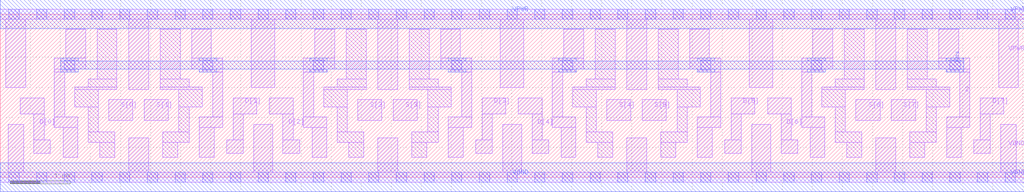
<source format=lef>
# Copyright 2020 The SkyWater PDK Authors
#
# Licensed under the Apache License, Version 2.0 (the "License");
# you may not use this file except in compliance with the License.
# You may obtain a copy of the License at
#
#     https://www.apache.org/licenses/LICENSE-2.0
#
# Unless required by applicable law or agreed to in writing, software
# distributed under the License is distributed on an "AS IS" BASIS,
# WITHOUT WARRANTIES OR CONDITIONS OF ANY KIND, either express or implied.
# See the License for the specific language governing permissions and
# limitations under the License.
#
# SPDX-License-Identifier: Apache-2.0

VERSION 5.7 ;
  NAMESCASESENSITIVE ON ;
  NOWIREEXTENSIONATPIN ON ;
  DIVIDERCHAR "/" ;
  BUSBITCHARS "[]" ;
UNITS
  DATABASE MICRONS 200 ;
END UNITS
PROPERTYDEFINITIONS
  MACRO maskLayoutSubType STRING ;
  MACRO prCellType STRING ;
  MACRO originalViewName STRING ;
END PROPERTYDEFINITIONS
MACRO sky130_fd_sc_hdll__muxb8to1_1
  CLASS CORE ;
  FOREIGN sky130_fd_sc_hdll__muxb8to1_1 ;
  ORIGIN  0.000000  0.000000 ;
  SIZE  17.02000 BY  2.720000 ;
  SYMMETRY X Y R90 ;
  SITE unithd ;
  PIN D[0]
    ANTENNAGATEAREA  0.277500 ;
    DIRECTION INPUT ;
    USE SIGNAL ;
    PORT
      LAYER li1 ;
        RECT 0.335000 1.055000 0.730000 1.325000 ;
        RECT 0.560000 0.395000 0.835000 0.625000 ;
        RECT 0.560000 0.625000 0.730000 1.055000 ;
    END
  END D[0]
  PIN D[1]
    ANTENNAGATEAREA  0.277500 ;
    DIRECTION INPUT ;
    USE SIGNAL ;
    PORT
      LAYER li1 ;
        RECT 3.765000 0.395000 4.040000 0.625000 ;
        RECT 3.870000 0.625000 4.040000 1.055000 ;
        RECT 3.870000 1.055000 4.265000 1.325000 ;
    END
  END D[1]
  PIN D[2]
    ANTENNAGATEAREA  0.277500 ;
    DIRECTION INPUT ;
    USE SIGNAL ;
    PORT
      LAYER li1 ;
        RECT 4.475000 1.055000 4.870000 1.325000 ;
        RECT 4.700000 0.395000 4.975000 0.625000 ;
        RECT 4.700000 0.625000 4.870000 1.055000 ;
    END
  END D[2]
  PIN D[3]
    ANTENNAGATEAREA  0.277500 ;
    DIRECTION INPUT ;
    USE SIGNAL ;
    PORT
      LAYER li1 ;
        RECT 7.905000 0.395000 8.180000 0.625000 ;
        RECT 8.010000 0.625000 8.180000 1.055000 ;
        RECT 8.010000 1.055000 8.405000 1.325000 ;
    END
  END D[3]
  PIN D[4]
    ANTENNAGATEAREA  0.277500 ;
    DIRECTION INPUT ;
    USE SIGNAL ;
    PORT
      LAYER li1 ;
        RECT 8.615000 1.055000 9.010000 1.325000 ;
        RECT 8.840000 0.395000 9.115000 0.625000 ;
        RECT 8.840000 0.625000 9.010000 1.055000 ;
    END
  END D[4]
  PIN D[5]
    ANTENNAGATEAREA  0.277500 ;
    DIRECTION INPUT ;
    USE SIGNAL ;
    PORT
      LAYER li1 ;
        RECT 12.045000 0.395000 12.320000 0.625000 ;
        RECT 12.150000 0.625000 12.320000 1.055000 ;
        RECT 12.150000 1.055000 12.545000 1.325000 ;
    END
  END D[5]
  PIN D[6]
    ANTENNAGATEAREA  0.277500 ;
    DIRECTION INPUT ;
    USE SIGNAL ;
    PORT
      LAYER li1 ;
        RECT 12.755000 1.055000 13.150000 1.325000 ;
        RECT 12.980000 0.395000 13.255000 0.625000 ;
        RECT 12.980000 0.625000 13.150000 1.055000 ;
    END
  END D[6]
  PIN D[7]
    ANTENNAGATEAREA  0.277500 ;
    DIRECTION INPUT ;
    USE SIGNAL ;
    PORT
      LAYER li1 ;
        RECT 16.185000 0.395000 16.460000 0.625000 ;
        RECT 16.290000 0.625000 16.460000 1.055000 ;
        RECT 16.290000 1.055000 16.685000 1.325000 ;
    END
  END D[7]
  PIN S[0]
    ANTENNAGATEAREA  0.336000 ;
    DIRECTION INPUT ;
    USE SIGNAL ;
    PORT
      LAYER li1 ;
        RECT 1.805000 0.945000 2.205000 1.295000 ;
    END
  END S[0]
  PIN S[1]
    ANTENNAGATEAREA  0.336000 ;
    DIRECTION INPUT ;
    USE SIGNAL ;
    PORT
      LAYER li1 ;
        RECT 2.395000 0.945000 2.795000 1.295000 ;
    END
  END S[1]
  PIN S[2]
    ANTENNAGATEAREA  0.336000 ;
    DIRECTION INPUT ;
    USE SIGNAL ;
    PORT
      LAYER li1 ;
        RECT 5.945000 0.945000 6.345000 1.295000 ;
    END
  END S[2]
  PIN S[3]
    ANTENNAGATEAREA  0.336000 ;
    DIRECTION INPUT ;
    USE SIGNAL ;
    PORT
      LAYER li1 ;
        RECT 6.535000 0.945000 6.935000 1.295000 ;
    END
  END S[3]
  PIN S[4]
    ANTENNAGATEAREA  0.336000 ;
    DIRECTION INPUT ;
    USE SIGNAL ;
    PORT
      LAYER li1 ;
        RECT 10.085000 0.945000 10.485000 1.295000 ;
    END
  END S[4]
  PIN S[5]
    ANTENNAGATEAREA  0.336000 ;
    DIRECTION INPUT ;
    USE SIGNAL ;
    PORT
      LAYER li1 ;
        RECT 10.675000 0.945000 11.075000 1.295000 ;
    END
  END S[5]
  PIN S[6]
    ANTENNAGATEAREA  0.336000 ;
    DIRECTION INPUT ;
    USE SIGNAL ;
    PORT
      LAYER li1 ;
        RECT 14.225000 0.945000 14.625000 1.295000 ;
    END
  END S[6]
  PIN S[7]
    ANTENNAGATEAREA  0.336000 ;
    DIRECTION INPUT ;
    USE SIGNAL ;
    PORT
      LAYER li1 ;
        RECT 14.815000 0.945000 15.215000 1.295000 ;
    END
  END S[7]
  PIN VGND
    ANTENNADIFFAREA  1.875900 ;
    DIRECTION INOUT ;
    USE SIGNAL ;
    PORT
      LAYER li1 ;
        RECT  0.000000 -0.085000 17.020000 0.085000 ;
        RECT  0.130000  0.085000  0.390000 0.885000 ;
        RECT  2.135000  0.085000  2.465000 0.660000 ;
        RECT  4.210000  0.085000  4.530000 0.885000 ;
        RECT  6.275000  0.085000  6.605000 0.660000 ;
        RECT  8.350000  0.085000  8.670000 0.885000 ;
        RECT 10.415000  0.085000 10.745000 0.660000 ;
        RECT 12.490000  0.085000 12.810000 0.885000 ;
        RECT 14.555000  0.085000 14.885000 0.660000 ;
        RECT 16.630000  0.085000 16.890000 0.885000 ;
      LAYER mcon ;
        RECT  0.145000 -0.085000  0.315000 0.085000 ;
        RECT  0.605000 -0.085000  0.775000 0.085000 ;
        RECT  1.065000 -0.085000  1.235000 0.085000 ;
        RECT  1.525000 -0.085000  1.695000 0.085000 ;
        RECT  1.985000 -0.085000  2.155000 0.085000 ;
        RECT  2.445000 -0.085000  2.615000 0.085000 ;
        RECT  2.905000 -0.085000  3.075000 0.085000 ;
        RECT  3.365000 -0.085000  3.535000 0.085000 ;
        RECT  3.825000 -0.085000  3.995000 0.085000 ;
        RECT  4.285000 -0.085000  4.455000 0.085000 ;
        RECT  4.745000 -0.085000  4.915000 0.085000 ;
        RECT  5.205000 -0.085000  5.375000 0.085000 ;
        RECT  5.665000 -0.085000  5.835000 0.085000 ;
        RECT  6.125000 -0.085000  6.295000 0.085000 ;
        RECT  6.585000 -0.085000  6.755000 0.085000 ;
        RECT  7.045000 -0.085000  7.215000 0.085000 ;
        RECT  7.505000 -0.085000  7.675000 0.085000 ;
        RECT  7.965000 -0.085000  8.135000 0.085000 ;
        RECT  8.425000 -0.085000  8.595000 0.085000 ;
        RECT  8.885000 -0.085000  9.055000 0.085000 ;
        RECT  9.345000 -0.085000  9.515000 0.085000 ;
        RECT  9.805000 -0.085000  9.975000 0.085000 ;
        RECT 10.265000 -0.085000 10.435000 0.085000 ;
        RECT 10.725000 -0.085000 10.895000 0.085000 ;
        RECT 11.185000 -0.085000 11.355000 0.085000 ;
        RECT 11.645000 -0.085000 11.815000 0.085000 ;
        RECT 12.105000 -0.085000 12.275000 0.085000 ;
        RECT 12.565000 -0.085000 12.735000 0.085000 ;
        RECT 13.025000 -0.085000 13.195000 0.085000 ;
        RECT 13.485000 -0.085000 13.655000 0.085000 ;
        RECT 13.945000 -0.085000 14.115000 0.085000 ;
        RECT 14.405000 -0.085000 14.575000 0.085000 ;
        RECT 14.865000 -0.085000 15.035000 0.085000 ;
        RECT 15.325000 -0.085000 15.495000 0.085000 ;
        RECT 15.785000 -0.085000 15.955000 0.085000 ;
        RECT 16.245000 -0.085000 16.415000 0.085000 ;
        RECT 16.705000 -0.085000 16.875000 0.085000 ;
      LAYER met1 ;
        RECT 0.000000 -0.240000 17.020000 0.240000 ;
    END
  END VGND
  PIN VPWR
    ANTENNADIFFAREA  3.190000 ;
    DIRECTION INOUT ;
    USE SIGNAL ;
    PORT
      LAYER li1 ;
        RECT  0.000000 2.635000 17.020000 2.805000 ;
        RECT  0.095000 1.495000  0.425000 2.635000 ;
        RECT  2.135000 1.465000  2.465000 2.635000 ;
        RECT  4.175000 1.495000  4.565000 2.635000 ;
        RECT  6.275000 1.465000  6.605000 2.635000 ;
        RECT  8.315000 1.495000  8.705000 2.635000 ;
        RECT 10.415000 1.465000 10.745000 2.635000 ;
        RECT 12.455000 1.495000 12.845000 2.635000 ;
        RECT 14.555000 1.465000 14.885000 2.635000 ;
        RECT 16.595000 1.495000 16.925000 2.635000 ;
      LAYER mcon ;
        RECT  0.145000 2.635000  0.315000 2.805000 ;
        RECT  0.605000 2.635000  0.775000 2.805000 ;
        RECT  1.065000 2.635000  1.235000 2.805000 ;
        RECT  1.525000 2.635000  1.695000 2.805000 ;
        RECT  1.985000 2.635000  2.155000 2.805000 ;
        RECT  2.445000 2.635000  2.615000 2.805000 ;
        RECT  2.905000 2.635000  3.075000 2.805000 ;
        RECT  3.365000 2.635000  3.535000 2.805000 ;
        RECT  3.825000 2.635000  3.995000 2.805000 ;
        RECT  4.285000 2.635000  4.455000 2.805000 ;
        RECT  4.745000 2.635000  4.915000 2.805000 ;
        RECT  5.205000 2.635000  5.375000 2.805000 ;
        RECT  5.665000 2.635000  5.835000 2.805000 ;
        RECT  6.125000 2.635000  6.295000 2.805000 ;
        RECT  6.585000 2.635000  6.755000 2.805000 ;
        RECT  7.045000 2.635000  7.215000 2.805000 ;
        RECT  7.505000 2.635000  7.675000 2.805000 ;
        RECT  7.965000 2.635000  8.135000 2.805000 ;
        RECT  8.425000 2.635000  8.595000 2.805000 ;
        RECT  8.885000 2.635000  9.055000 2.805000 ;
        RECT  9.345000 2.635000  9.515000 2.805000 ;
        RECT  9.805000 2.635000  9.975000 2.805000 ;
        RECT 10.265000 2.635000 10.435000 2.805000 ;
        RECT 10.725000 2.635000 10.895000 2.805000 ;
        RECT 11.185000 2.635000 11.355000 2.805000 ;
        RECT 11.645000 2.635000 11.815000 2.805000 ;
        RECT 12.105000 2.635000 12.275000 2.805000 ;
        RECT 12.565000 2.635000 12.735000 2.805000 ;
        RECT 13.025000 2.635000 13.195000 2.805000 ;
        RECT 13.485000 2.635000 13.655000 2.805000 ;
        RECT 13.945000 2.635000 14.115000 2.805000 ;
        RECT 14.405000 2.635000 14.575000 2.805000 ;
        RECT 14.865000 2.635000 15.035000 2.805000 ;
        RECT 15.325000 2.635000 15.495000 2.805000 ;
        RECT 15.785000 2.635000 15.955000 2.805000 ;
        RECT 16.245000 2.635000 16.415000 2.805000 ;
        RECT 16.705000 2.635000 16.875000 2.805000 ;
      LAYER met1 ;
        RECT 0.000000 2.480000 17.020000 2.960000 ;
    END
  END VPWR
  PIN Z
    ANTENNADIFFAREA  2.852800 ;
    DIRECTION OUTPUT ;
    USE SIGNAL ;
    PORT
      LAYER li1 ;
        RECT  0.900000 0.835000  1.290000 1.005000 ;
        RECT  0.900000 1.005000  1.070000 1.755000 ;
        RECT  0.900000 1.755000  1.295000 1.805000 ;
        RECT  0.900000 1.805000  1.420000 1.985000 ;
        RECT  1.045000 0.330000  1.290000 0.835000 ;
        RECT  1.090000 1.985000  1.420000 2.465000 ;
        RECT  3.180000 1.805000  3.700000 1.985000 ;
        RECT  3.180000 1.985000  3.510000 2.465000 ;
        RECT  3.305000 1.755000  3.700000 1.805000 ;
        RECT  3.310000 0.330000  3.555000 0.835000 ;
        RECT  3.310000 0.835000  3.700000 1.005000 ;
        RECT  3.530000 1.005000  3.700000 1.755000 ;
        RECT  5.040000 0.835000  5.430000 1.005000 ;
        RECT  5.040000 1.005000  5.210000 1.755000 ;
        RECT  5.040000 1.755000  5.435000 1.805000 ;
        RECT  5.040000 1.805000  5.560000 1.985000 ;
        RECT  5.185000 0.330000  5.430000 0.835000 ;
        RECT  5.230000 1.985000  5.560000 2.465000 ;
        RECT  7.320000 1.805000  7.840000 1.985000 ;
        RECT  7.320000 1.985000  7.650000 2.465000 ;
        RECT  7.445000 1.755000  7.840000 1.805000 ;
        RECT  7.450000 0.330000  7.695000 0.835000 ;
        RECT  7.450000 0.835000  7.840000 1.005000 ;
        RECT  7.670000 1.005000  7.840000 1.755000 ;
        RECT  9.180000 0.835000  9.570000 1.005000 ;
        RECT  9.180000 1.005000  9.350000 1.755000 ;
        RECT  9.180000 1.755000  9.575000 1.805000 ;
        RECT  9.180000 1.805000  9.700000 1.985000 ;
        RECT  9.325000 0.330000  9.570000 0.835000 ;
        RECT  9.370000 1.985000  9.700000 2.465000 ;
        RECT 11.460000 1.805000 11.980000 1.985000 ;
        RECT 11.460000 1.985000 11.790000 2.465000 ;
        RECT 11.585000 1.755000 11.980000 1.805000 ;
        RECT 11.590000 0.330000 11.835000 0.835000 ;
        RECT 11.590000 0.835000 11.980000 1.005000 ;
        RECT 11.810000 1.005000 11.980000 1.755000 ;
        RECT 13.320000 0.835000 13.710000 1.005000 ;
        RECT 13.320000 1.005000 13.490000 1.755000 ;
        RECT 13.320000 1.755000 13.715000 1.805000 ;
        RECT 13.320000 1.805000 13.840000 1.985000 ;
        RECT 13.465000 0.330000 13.710000 0.835000 ;
        RECT 13.510000 1.985000 13.840000 2.465000 ;
        RECT 15.600000 1.805000 16.120000 1.985000 ;
        RECT 15.600000 1.985000 15.930000 2.465000 ;
        RECT 15.725000 1.755000 16.120000 1.805000 ;
        RECT 15.730000 0.330000 15.975000 0.835000 ;
        RECT 15.730000 0.835000 16.120000 1.005000 ;
        RECT 15.950000 1.005000 16.120000 1.755000 ;
      LAYER mcon ;
        RECT  1.065000 1.785000  1.235000 1.955000 ;
        RECT  3.365000 1.785000  3.535000 1.955000 ;
        RECT  5.205000 1.785000  5.375000 1.955000 ;
        RECT  7.505000 1.785000  7.675000 1.955000 ;
        RECT  9.345000 1.785000  9.515000 1.955000 ;
        RECT 11.645000 1.785000 11.815000 1.955000 ;
        RECT 13.485000 1.785000 13.655000 1.955000 ;
        RECT 15.785000 1.785000 15.955000 1.955000 ;
      LAYER met1 ;
        RECT  1.005000 1.755000  1.295000 1.800000 ;
        RECT  1.005000 1.800000 16.015000 1.940000 ;
        RECT  1.005000 1.940000  1.295000 1.985000 ;
        RECT  3.305000 1.755000  3.595000 1.800000 ;
        RECT  3.305000 1.940000  3.595000 1.985000 ;
        RECT  5.145000 1.755000  5.435000 1.800000 ;
        RECT  5.145000 1.940000  5.435000 1.985000 ;
        RECT  7.445000 1.755000  7.735000 1.800000 ;
        RECT  7.445000 1.940000  7.735000 1.985000 ;
        RECT  9.285000 1.755000  9.575000 1.800000 ;
        RECT  9.285000 1.940000  9.575000 1.985000 ;
        RECT 11.585000 1.755000 11.875000 1.800000 ;
        RECT 11.585000 1.940000 11.875000 1.985000 ;
        RECT 13.425000 1.755000 13.715000 1.800000 ;
        RECT 13.425000 1.940000 13.715000 1.985000 ;
        RECT 15.725000 1.755000 16.015000 1.800000 ;
        RECT 15.725000 1.940000 16.015000 1.985000 ;
    END
  END Z
  OBS
    LAYER li1 ;
      RECT  1.240000 1.175000  1.630000 1.465000 ;
      RECT  1.240000 1.465000  1.940000 1.505000 ;
      RECT  1.460000 0.585000  1.900000 0.755000 ;
      RECT  1.460000 0.755000  1.630000 1.175000 ;
      RECT  1.460000 1.505000  1.940000 1.635000 ;
      RECT  1.610000 1.635000  1.940000 2.465000 ;
      RECT  1.650000 0.330000  1.900000 0.585000 ;
      RECT  2.660000 1.465000  3.360000 1.505000 ;
      RECT  2.660000 1.505000  3.140000 1.635000 ;
      RECT  2.660000 1.635000  2.990000 2.465000 ;
      RECT  2.700000 0.330000  2.950000 0.585000 ;
      RECT  2.700000 0.585000  3.140000 0.755000 ;
      RECT  2.970000 0.755000  3.140000 1.175000 ;
      RECT  2.970000 1.175000  3.360000 1.465000 ;
      RECT  5.380000 1.175000  5.770000 1.465000 ;
      RECT  5.380000 1.465000  6.080000 1.505000 ;
      RECT  5.600000 0.585000  6.040000 0.755000 ;
      RECT  5.600000 0.755000  5.770000 1.175000 ;
      RECT  5.600000 1.505000  6.080000 1.635000 ;
      RECT  5.750000 1.635000  6.080000 2.465000 ;
      RECT  5.790000 0.330000  6.040000 0.585000 ;
      RECT  6.800000 1.465000  7.500000 1.505000 ;
      RECT  6.800000 1.505000  7.280000 1.635000 ;
      RECT  6.800000 1.635000  7.130000 2.465000 ;
      RECT  6.840000 0.330000  7.090000 0.585000 ;
      RECT  6.840000 0.585000  7.280000 0.755000 ;
      RECT  7.110000 0.755000  7.280000 1.175000 ;
      RECT  7.110000 1.175000  7.500000 1.465000 ;
      RECT  9.520000 1.175000  9.910000 1.465000 ;
      RECT  9.520000 1.465000 10.220000 1.505000 ;
      RECT  9.740000 0.585000 10.180000 0.755000 ;
      RECT  9.740000 0.755000  9.910000 1.175000 ;
      RECT  9.740000 1.505000 10.220000 1.635000 ;
      RECT  9.890000 1.635000 10.220000 2.465000 ;
      RECT  9.930000 0.330000 10.180000 0.585000 ;
      RECT 10.940000 1.465000 11.640000 1.505000 ;
      RECT 10.940000 1.505000 11.420000 1.635000 ;
      RECT 10.940000 1.635000 11.270000 2.465000 ;
      RECT 10.980000 0.330000 11.230000 0.585000 ;
      RECT 10.980000 0.585000 11.420000 0.755000 ;
      RECT 11.250000 0.755000 11.420000 1.175000 ;
      RECT 11.250000 1.175000 11.640000 1.465000 ;
      RECT 13.660000 1.175000 14.050000 1.465000 ;
      RECT 13.660000 1.465000 14.360000 1.505000 ;
      RECT 13.880000 0.585000 14.320000 0.755000 ;
      RECT 13.880000 0.755000 14.050000 1.175000 ;
      RECT 13.880000 1.505000 14.360000 1.635000 ;
      RECT 14.030000 1.635000 14.360000 2.465000 ;
      RECT 14.070000 0.330000 14.320000 0.585000 ;
      RECT 15.080000 1.465000 15.780000 1.505000 ;
      RECT 15.080000 1.505000 15.560000 1.635000 ;
      RECT 15.080000 1.635000 15.410000 2.465000 ;
      RECT 15.120000 0.330000 15.370000 0.585000 ;
      RECT 15.120000 0.585000 15.560000 0.755000 ;
      RECT 15.390000 0.755000 15.560000 1.175000 ;
      RECT 15.390000 1.175000 15.780000 1.465000 ;
  END
  PROPERTY maskLayoutSubType "abstract" ;
  PROPERTY prCellType "standard" ;
  PROPERTY originalViewName "layout" ;
END sky130_fd_sc_hdll__muxb8to1_1

</source>
